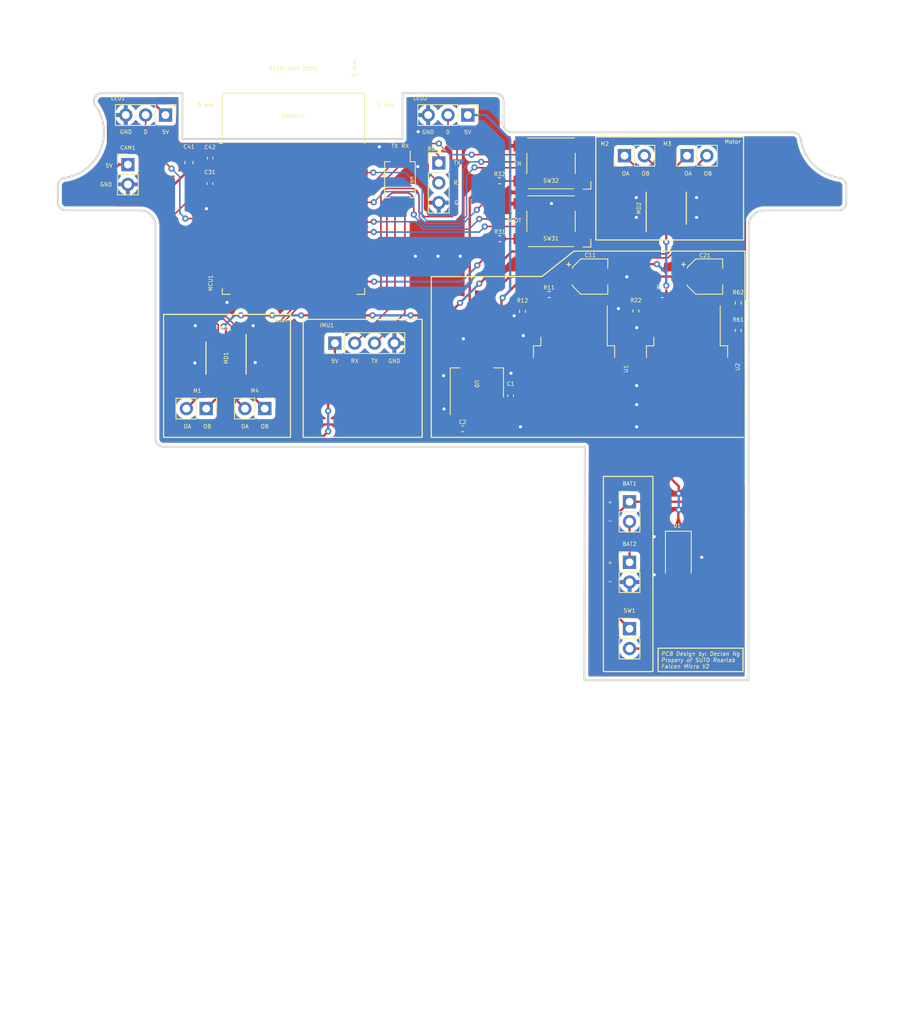
<source format=kicad_pcb>
(kicad_pcb (version 20211014) (generator pcbnew)
  (layers (0 "F.Cu" signal) (31 "B.Cu" signal) (34 "B.Paste" user) (35 "F.Paste" user) (36 "B.SilkS" user "B.Silkscreen") (37 "F.SilkS" user "F.Silkscreen") (38 "B.Mask" user) (39 "F.Mask" user) (44 "Edge.Cuts" user))
  (net 0 "")
  (net 1 "5V")
  (net 2 "BAT+")
  (net 3 "GND")
  (net 4 "MID1")
  (net 5 "3.3V")
  (net 6 "BOOT")
  (net 8 "EN")
  (net 13 "M4A")
  (net 14 "M4B")
  (net 15 "D_LED")
  (net 26 "M1A")
  (net 28 "M1B")
  (net 29 "M2A")
  (net 31 "M2B")
  (net 32 "RX0")
  (net 33 "TX0")
  (net 34 "M3A")
  (net 35 "M3B")
  (net 36 "VIN")
  (net 37 "Net-(R11-Pad2)")
  (net 38 "O4A")
  (net 39 "6V")
  (net 40 "O4B")
  (net 41 "O3A")
  (net 42 "O3B")
  (net 43 "O2A")
  (net 44 "O2B")
  (net 45 "O1A")
  (net 46 "O1B")
  (net 47 "RX_IMU")
  (net 48 "TX_IMU")
  (net 50 "V_read")
  (net 51 "Net-(D1-Pad2)")
  (net 52 "Net-(R21-Pad2)")
  (footprint "Package_SO:SSOP-10_3.9x4.9mm_P1.00mm" (layer "F.Cu") (at 175.133 47.244 90)
    (fp_text reference "MD2")
    (fp_text value "A3909")
  )
  (footprint "Package_TO_SOT_SMD:TO-263-5_TabPin3" (layer "F.Cu") (at 163.322 67.806 -90)
    (fp_text reference "U1")
    (fp_text value "SPX2900")
  )
  (footprint "RF_Module:ESP32-WROOM-32" (layer "F.Cu") (at 127.381 48.387)
    (fp_text reference "MCU1")
    (fp_text value "ESP32-WROOM-32")
  )
  (footprint "Resistor_SMD:R_0402_1005Metric" (layer "F.Cu") (at 156.718 60.452 -90)
    (fp_text reference "R12")
    (fp_text value "10K")
  )
  (footprint "Button_Switch_SMD:SW_DIP_SPSTx02_Slide_Omron_A6H-2101_W6.15mm_P1.27mm" (layer "F.Cu") (at 141.0208 43.5864 -90)
    (fp_text reference "SW33" hide)
    (fp_text value "SW_DIP_x02")
  )
  (footprint "Capacitor_SMD:C_0603_1608Metric_Pad1.08x0.95mm_HandSolder" (layer "F.Cu") (at 113.9952 41.4045 90)
    (fp_text reference "C41")
    (fp_text value "22uF")
  )
  (footprint "Capacitor_SMD:CP_Elec_4x5.8" (layer "F.Cu") (at 165.387 55.995)
    (fp_text reference "C11")
    (fp_text value "6.8uF")
  )
  (footprint "Resistor_SMD:R_0402_1005Metric" (layer "F.Cu") (at 184.3532 59.3852 90)
    (fp_text reference "R62")
    (fp_text value "1K")
  )
  (footprint "Connector_PinHeader_2.54mm:PinHeader_1x04_P2.54mm_Vertical" (layer "F.Cu") (at 132.6896 64.516 90)
    (fp_text reference "IMU1")
    (fp_text value "Conn_01x04_Male")
  )
  (footprint "Connector_PinHeader_2.54mm:PinHeader_1x02_P2.54mm_Vertical" (layer "F.Cu") (at 177.795 40.513 90)
    (fp_text reference "M3")
    (fp_text value "Conn_01x02_Male")
  )
  (footprint "Connector_PinHeader_2.54mm:PinHeader_1x03_P2.54mm_Vertical" (layer "F.Cu") (at 145.9992 41.4528)
    (fp_text reference "BOOT1")
    (fp_text value "Conn_01x03_Male")
  )
  (footprint "Connector_PinHeader_2.54mm:PinHeader_1x02_P2.54mm_Vertical" (layer "F.Cu") (at 170.434 101.092)
    (fp_text reference "SW1")
    (fp_text value "Conn_01x02_Male")
  )
  (footprint "Resistor_SMD:R_0402_1005Metric" (layer "F.Cu") (at 153.8224 51.1556)
    (fp_text reference "R31")
    (fp_text value "10K")
  )
  (footprint "Package_TO_SOT_SMD:SOT-223-3_TabPin2" (layer "F.Cu") (at 150.876 69.596 90)
    (fp_text reference "U0")
    (fp_text value "AMS1117-3.3")
  )
  (footprint "Capacitor_SMD:C_0402_1005Metric_Pad0.74x0.62mm_HandSolder" (layer "F.Cu") (at 116.713 40.8345 90)
    (fp_text reference "C42")
    (fp_text value "0.1uF")
  )
  (footprint "Resistor_SMD:R_0402_1005Metric" (layer "F.Cu") (at 174.623 58.293 180)
    (fp_text reference "R21")
    (fp_text value "36K")
  )
  (footprint "Button_Switch_SMD:SW_SPST_Omron_B3FS-100xP" (layer "F.Cu") (at 160.3756 48.9056 180)
    (fp_text reference "SW31" hide)
    (fp_text value "SW_Push")
  )
  (footprint "Connector_PinHeader_2.54mm:PinHeader_1x02_P2.54mm_Vertical" (layer "F.Cu") (at 123.703 72.898 -90)
    (fp_text reference "M4")
    (fp_text value "Conn_01x02_Male")
  )
  (footprint "Button_Switch_SMD:SW_SPST_Omron_B3FS-100xP" (layer "F.Cu") (at 160.3756 41.5036 180)
    (fp_text reference "SW32" hide)
    (fp_text value "SW_Push")
  )
  (footprint "Package_TO_SOT_SMD:TO-263-5_TabPin3" (layer "F.Cu") (at 177.8 67.806 -90)
    (fp_text reference "U2")
    (fp_text value "SPX2900")
  )
  (footprint "Connector_PinHeader_2.54mm:PinHeader_1x02_P2.54mm_Vertical" (layer "F.Cu") (at 106.172 41.651)
    (fp_text reference "CAM1")
    (fp_text value "Conn_01x02_Male")
  )
  (footprint "Connector_PinHeader_2.54mm:PinHeader_1x02_P2.54mm_Vertical" (layer "F.Cu") (at 116.205 72.898 -90)
    (fp_text reference "M1")
    (fp_text value "Conn_01x02_Male")
  )
  (footprint "Capacitor_SMD:C_0402_1005Metric_Pad0.74x0.62mm_HandSolder" (layer "F.Cu") (at 116.6876 44.0944 -90)
    (fp_text reference "C31")
    (fp_text value "1uF")
  )
  (footprint "Package_SO:SSOP-10_3.9x4.9mm_P1.00mm" (layer "F.Cu") (at 118.745 66.421 -90)
    (fp_text reference "MD1")
    (fp_text value "A3909")
  )
  (footprint "Capacitor_SMD:C_0402_1005Metric_Pad0.74x0.62mm_HandSolder" (layer "F.Cu") (at 149.0472 75.4888)
    (fp_text reference "C2")
    (fp_text value "10uF")
  )
  (footprint "Capacitor_SMD:CP_Elec_4x5.8" (layer "F.Cu") (at 180.1 55.995)
    (fp_text reference "C21")
    (fp_text value "6.8uF")
  )
  (footprint "Connector_PinHeader_2.54mm:PinHeader_1x02_P2.54mm_Vertical" (layer "F.Cu") (at 170.434 84.831)
    (fp_text reference "BAT1")
    (fp_text value "Conn_01x02_Male")
  )
  (footprint "Resistor_SMD:R_0402_1005Metric" (layer "F.Cu") (at 153.7716 43.7388)
    (fp_text reference "R32")
    (fp_text value "10K")
  )
  (footprint "Resistor_SMD:R_0402_1005Metric" (layer "F.Cu") (at 171.2468 60.4012 -90)
    (fp_text reference "R22")
    (fp_text value "10K")
  )
  (footprint "Connector_PinHeader_2.54mm:PinHeader_1x02_P2.54mm_Vertical" (layer "F.Cu") (at 169.794 40.513 90)
    (fp_text reference "M2")
    (fp_text value "Conn_01x02_Male")
  )
  (footprint "Connector_PinHeader_2.54mm:PinHeader_1x03_P2.54mm_Vertical" (layer "F.Cu") (at 149.718 35.306 -90)
    (fp_text reference "LED2")
    (fp_text value "Conn_01x03_Male")
  )
  (footprint "Diode_SMD:D_SMA" (layer "F.Cu") (at 176.6824 91.9988 -90)
    (fp_text reference "D1")
    (fp_text value "SS34")
  )
  (footprint "Capacitor_SMD:C_0402_1005Metric_Pad0.74x0.62mm_HandSolder" (layer "F.Cu") (at 155.194 71.247 -90)
    (fp_text reference "C1")
    (fp_text value "10uF")
  )
  (footprint "Connector_PinHeader_2.54mm:PinHeader_1x02_P2.54mm_Vertical" (layer "F.Cu") (at 170.434 92.578)
    (fp_text reference "BAT2")
    (fp_text value "Conn_01x02_Male")
  )
  (footprint "Resistor_SMD:R_0402_1005Metric" (layer "F.Cu") (at 160.147 58.293 180)
    (fp_text reference "R11")
    (fp_text value "30K")
  )
  (footprint "Connector_PinHeader_2.54mm:PinHeader_1x03_P2.54mm_Vertical" (layer "F.Cu") (at 110.983 35.306 -90)
    (fp_text reference "LED1")
    (fp_text value "Conn_01x03_Male")
  )
  (footprint "Resistor_SMD:R_0402_1005Metric" (layer "F.Cu") (at 184.3532 62.8904 90)
    (fp_text reference "R61")
    (fp_text value "20K")
  )
  (gr_poly (pts (xy 176.6824 86.8172) (xy 177.3428 88.8492) (xy 176.022 88.8492)) (layer "F.Cu") (width 0.2) (fill solid))
  (gr_poly (pts (xy 176.6824 97.1296) (xy 176.022 95.0976) (xy 177.3428 95.0976)) (layer "F.Cu") (width 0.2) (fill solid))
  (gr_line (start 185.2676 76.5683) (end 185.2168 55.9816) (layer "F.SilkS") (width 0.15))
  (gr_line (start 145.034 61.468) (end 145.034 76.581) (layer "F.SilkS") (width 0.15))
  (gr_line (start 145.034 56.007) (end 159.2072 55.9816) (layer "F.SilkS") (width 0.15))
  (gr_line (start 145.034 56.007) (end 145.034 61.468) (layer "F.SilkS") (width 0.15))
  (gr_line (start 145.034 76.581) (end 185.039 76.581) (layer "F.SilkS") (width 0.15))
  (gr_rect (start 174.0916 103.5812) (end 184.9628 106.5784) (layer "F.SilkS") (width 0.15) (fill none))
  (gr_line (start 163.322 52.7304) (end 185.2168 52.7304) (layer "F.SilkS") (width 0.15))
  (gr_line (start 185.2168 52.7304) (end 185.2168 56.0832) (layer "F.SilkS") (width 0.15))
  (gr_rect (start 167.0812 81.5848) (end 173.4312 106.5784) (layer "F.SilkS") (width 0.15) (fill none))
  (gr_line (start 159.2072 55.9816) (end 163.322 52.7304) (layer "F.SilkS") (width 0.15))
  (gr_rect (start 110.744 60.833) (end 127 76.581) (layer "F.SilkS") (width 0.15) (fill none))
  (gr_rect (start 128.6256 61.468) (end 143.8656 76.581) (layer "F.SilkS") (width 0.15) (fill none))
  (gr_rect (start 166.116 38.1) (end 185.039 51.308) (layer "F.SilkS") (width 0.15) (fill none))
  (gr_arc (start 98.201 47.515212) (mid 97.493893 47.222319) (end 97.201 46.515212) (layer "Edge.Cuts") (width 0.25))
  (gr_arc (start 102.008454 34.094922) (mid 102.627204 39.831742) (end 98.056072 43.352921) (layer "Edge.Cuts") (width 0.25))
  (gr_arc (start 110.701 77.778512) (mid 109.993894 77.485618) (end 109.701 76.778512) (layer "Edge.Cuts") (width 0.25))
  (gr_line (start 141.351 38.354) (end 141.351 32.512) (layer "Edge.Cuts") (width 0.25))
  (gr_line (start 112.014 32.512) (end 113.157 32.512) (layer "Edge.Cuts") (width 0.25))
  (gr_arc (start 153.298359 32.515212) (mid 154.00547 32.808103) (end 154.298359 33.515212) (layer "Edge.Cuts") (width 0.25))
  (gr_line (start 164.6428 107.696) (end 185.674 107.696) (layer "Edge.Cuts") (width 0.25))
  (gr_arc (start 197.345927 43.352921) (mid 194.029073 41.68714) (end 192.36329 38.370284) (layer "Edge.Cuts") (width 0.25))
  (gr_arc (start 155.298359 37.515212) (mid 154.59125 37.22232) (end 154.298359 36.515212) (layer "Edge.Cuts") (width 0.25))
  (gr_line (start 191.373848 37.515212) (end 155.298359 37.515212) (layer "Edge.Cuts") (width 0.25))
  (gr_arc (start 191.373848 37.515212) (mid 192.027698 37.758605) (end 192.36329 38.370284) (layer "Edge.Cuts") (width 0.25))
  (gr_arc (start 102.008454 34.094922) (mid 101.934539 33.056796) (end 102.823277 32.515212) (layer "Edge.Cuts") (width 0.25))
  (gr_line (start 141.351 32.512) (end 153.298359 32.515212) (layer "Edge.Cuts") (width 0.25))
  (gr_arc (start 197.345927 43.352921) (mid 197.957645 43.688489) (end 198.201 44.342364) (layer "Edge.Cuts") (width 0.25))
  (gr_line (start 164.701 77.778512) (end 110.701 77.778512) (layer "Edge.Cuts") (width 0.25))
  (gr_line (start 187.701 47.515212) (end 197.201 47.515212) (layer "Edge.Cuts") (width 0.25))
  (gr_line (start 113.157 38.354) (end 141.351 38.354) (layer "Edge.Cuts") (width 0.25))
  (gr_arc (start 97.201 44.342364) (mid 97.444386 43.688501) (end 98.056072 43.352921) (layer "Edge.Cuts") (width 0.25))
  (gr_arc (start 107.701 47.515212) (mid 109.115214 48.100998) (end 109.701 49.515212) (layer "Edge.Cuts") (width 0.25))
  (gr_line (start 102.823277 32.515212) (end 112.014 32.512) (layer "Edge.Cuts") (width 0.25))
  (gr_line (start 97.201 44.342364) (end 97.201 46.515212) (layer "Edge.Cuts") (width 0.25))
  (gr_line (start 113.157 32.512) (end 113.157 38.354) (layer "Edge.Cuts") (width 0.25))
  (gr_arc (start 198.201 46.515212) (mid 197.908099 47.222296) (end 197.201 47.515212) (layer "Edge.Cuts") (width 0.25))
  (gr_line (start 98.201 47.515212) (end 107.701 47.515212) (layer "Edge.Cuts") (width 0.25))
  (gr_line (start 198.201 46.515212) (end 198.201 44.342364) (layer "Edge.Cuts") (width 0.25))
  (gr_line (start 164.6428 107.696) (end 164.701 77.778512) (layer "Edge.Cuts") (width 0.25))
  (gr_line (start 185.674 107.696) (end 185.701 49.515212) (layer "Edge.Cuts") (width 0.25))
  (gr_line (start 154.298359 36.515212) (end 154.298359 33.515212) (layer "Edge.Cuts") (width 0.25))
  (gr_line (start 109.701 49.515212) (end 109.701 76.778512) (layer "Edge.Cuts") (width 0.25))
  (gr_arc (start 185.701 49.515212) (mid 186.286779 48.100976) (end 187.701 47.515212) (layer "Edge.Cuts") (width 0.25))
  (gr_text "5V" (at 132.6796 66.802) (layer "F.SilkS") (effects (font (size 0.5 0.5) (thickness 0.075))))
  (gr_text "5V" (at 149.7076 37.4904) (layer "F.SilkS") (effects (font (size 0.5 0.5) (thickness 0.075))))
  (gr_text "-\n" (at 167.9448 87.3506 180) (layer "F.SilkS") (effects (font (size 0.5 0.5) (thickness 0.075)) (justify mirror)))
  (gr_text "OA\n" (at 113.792 75.184) (layer "F.SilkS") (effects (font (size 0.5 0.5) (thickness 0.075))))
  (gr_text "D\n" (at 108.458 37.465) (layer "F.SilkS") (effects (font (size 0.5 0.5) (thickness 0.075))))
  (gr_text "OA\n" (at 169.926 42.799) (layer "F.SilkS") (effects (font (size 0.5 0.5) (thickness 0.075))))
  (gr_text "OA\n" (at 121.158 75.184) (layer "F.SilkS") (effects (font (size 0.5 0.5) (thickness 0.075))))
  (gr_text "OB" (at 123.698 75.184) (layer "F.SilkS") (effects (font (size 0.5 0.5) (thickness 0.075))))
  (gr_text "GND" (at 105.918 37.465) (layer "F.SilkS") (effects (font (size 0.5 0.5) (thickness 0.075))))
  (gr_text "G" (at 148.2344 46.5328) (layer "F.SilkS") (effects (font (size 0.5 0.5) (thickness 0.075))))
  (gr_text "5V" (at 103.759 41.783) (layer "F.SilkS") (effects (font (size 0.5 0.5) (thickness 0.075))))
  (gr_text "TX" (at 137.7596 66.802) (layer "F.SilkS") (effects (font (size 0.5 0.5) (thickness 0.075))))
  (gr_text "+\n" (at 167.9448 92.6846 180) (layer "F.SilkS") (effects (font (size 0.5 0.5) (thickness 0.075)) (justify mirror)))
  (gr_text "Motor\n\n" (at 125.603 61.976) (layer "F.SilkS") (effects (font (size 0.5 0.5) (thickness 0.075))))
  (gr_text "-\n" (at 167.9448 95.0976 180) (layer "F.SilkS") (effects (font (size 0.5 0.5) (thickness 0.075)) (justify mirror)))
  (gr_text "GND" (at 144.6276 37.4904) (layer "F.SilkS") (effects (font (size 0.5 0.5) (thickness 0.075))))
  (gr_text "OB" (at 180.467 42.799) (layer "F.SilkS") (effects (font (size 0.5 0.5) (thickness 0.075))))
  (gr_text "D\n" (at 147.1676 37.4904) (layer "F.SilkS") (effects (font (size 0.5 0.5) (thickness 0.075))))
  (gr_text "Motor\n\n" (at 183.642 39.116) (layer "F.SilkS") (effects (font (size 0.5 0.5) (thickness 0.075))))
  (gr_text "OB" (at 172.466 42.799) (layer "F.SilkS") (effects (font (size 0.5 0.5) (thickness 0.075))))
  (gr_text "OB" (at 116.332 75.184) (layer "F.SilkS") (effects (font (size 0.5 0.5) (thickness 0.075))))
  (gr_text "5V" (at 110.998 37.465) (layer "F.SilkS") (effects (font (size 0.5 0.5) (thickness 0.075))))
  (gr_text "+\n" (at 167.9448 84.9376 180) (layer "F.SilkS") (effects (font (size 0.5 0.5) (thickness 0.075)) (justify mirror)))
  (gr_text "TX" (at 140.3604 39.2684) (layer "F.SilkS") (effects (font (size 0.5 0.5) (thickness 0.075))))
  (gr_text "GND" (at 103.378 44.196) (layer "F.SilkS") (effects (font (size 0.5 0.5) (thickness 0.075))))
  (gr_text "RX" (at 141.6812 39.2684) (layer "F.SilkS") (effects (font (size 0.5 0.5) (thickness 0.075))))
  (gr_text "RX" (at 148.3868 43.9928) (layer "F.SilkS") (effects (font (size 0.5 0.5) (thickness 0.075))))
  (gr_text "BOOT" (at 155.6004 48.8188) (layer "F.SilkS") (effects (font (size 0.5 0.5) (thickness 0.075))))
  (gr_text "GND" (at 140.2996 66.802) (layer "F.SilkS") (effects (font (size 0.5 0.5) (thickness 0.075))))
  (gr_text "RX" (at 135.2196 66.802) (layer "F.SilkS") (effects (font (size 0.5 0.5) (thickness 0.075))))
  (gr_text "EN" (at 156.076591 41.529) (layer "F.SilkS") (effects (font (size 0.5 0.5) (thickness 0.075))))
  (gr_text "PCB Design by: Declan Ng\nPropery of SUTD Roarlab\nFalcon Micro V2\n\n" (at 174.4472 105.5116) (layer "F.SilkS") (effects (font (size 0.5 0.5) (thickness 0.075) italic) (justify left)))
  (gr_text "OA\n" (at 177.927 42.799) (layer "F.SilkS") (effects (font (size 0.5 0.5) (thickness 0.075))))
  (gr_text "TX" (at 148.336 41.4528) (layer "F.SilkS") (effects (font (size 0.5 0.5) (thickness 0.075))))
  (segment (start 157.2768 66.3448) (end 157.2768 72.6948) (width 0.3) (layer "F.Cu") (net 1))
  (segment (start 109.078 33.401) (end 104.521 33.401) (width 0.3) (layer "F.Cu") (net 1))
  (segment (start 110.617 48.387) (end 110.617 75.835) (width 0.3) (layer "F.Cu") (net 1))
  (segment (start 103.632 43.043) (end 103.632 45.593) (width 0.3) (layer "F.Cu") (net 1))
  (segment (start 154.0256 63.0936) (end 157.2768 66.3448) (width 0.3) (layer "F.Cu") (net 1))
  (segment (start 131.826 73.2028) (end 131.826 70.4088) (width 0.3) (layer "F.Cu") (net 1))
  (segment (start 105.024 41.651) (end 103.632 43.043) (width 0.3) (layer "F.Cu") (net 1))
  (segment (start 104.521 33.401) (end 103.632 34.29) (width 0.3) (layer "F.Cu") (net 1))
  (segment (start 132.6896 69.5452) (end 132.6896 64.516) (width 0.3) (layer "F.Cu") (net 1))
  (segment (start 159.006 56.642) (end 160.657 58.293) (width 0.3) (layer "F.Cu") (net 1))
  (segment (start 104.902 46.863) (end 109.093 46.863) (width 0.3) (layer "F.Cu") (net 1))
  (segment (start 161.622 62.031) (end 161.622 59.258) (width 0.3) (layer "F.Cu") (net 1))
  (segment (start 154.17398 58.7248) (end 156.25678 56.642) (width 0.3) (layer "F.Cu") (net 1))
  (segment (start 103.632 34.29) (end 103.632 40.259) (width 0.3) (layer "F.Cu") (net 1))
  (segment (start 105.024 41.651) (end 106.172 41.651) (width 0.3) (layer "F.Cu") (net 1))
  (segment (start 156.25678 56.642) (end 159.006 56.642) (width 0.3) (layer "F.Cu") (net 1))
  (segment (start 110.983 35.306) (end 109.078 33.401) (width 0.3) (layer "F.Cu") (net 1))
  (segment (start 154.17398 58.7248) (end 154.0256 58.87318) (width 0.3) (layer "F.Cu") (net 1))
  (segment (start 111.617 76.835) (end 130.81 76.835) (width 0.3) (layer "F.Cu") (net 1))
  (segment (start 157.2768 72.6948) (end 153.1366 76.835) (width 0.3) (layer "F.Cu") (net 1))
  (segment (start 109.093 46.863) (end 110.617 48.387) (width 0.3) (layer "F.Cu") (net 1))
  (segment (start 153.1366 76.835) (end 130.81 76.835) (width 0.3) (layer "F.Cu") (net 1))
  (segment (start 103.632 45.593) (end 104.902 46.863) (width 0.3) (layer "F.Cu") (net 1))
  (segment (start 161.622 59.258) (end 160.657 58.293) (width 0.3) (layer "F.Cu") (net 1))
  (segment (start 131.826 75.819) (end 130.81 76.835) (width 0.3) (layer "F.Cu") (net 1))
  (segment (start 103.632 40.259) (end 105.024 41.651) (width 0.3) (layer "F.Cu") (net 1))
  (segment (start 154.0256 58.87318) (end 154.0256 63.0936) (width 0.3) (layer "F.Cu") (net 1))
  (segment (start 131.826 70.4088) (end 132.6896 69.5452) (width 0.3) (layer "F.Cu") (net 1))
  (via (at 131.826 75.819) (size 0.8) (drill 0.4) (layers "F.Cu" "B.Cu") (net 1))
  (via (at 154.17398 58.7248) (size 0.8) (drill 0.4) (layers "F.Cu" "B.Cu") (net 1))
  (via (at 131.826 73.2028) (size 0.8) (drill 0.4) (layers "F.Cu" "B.Cu") (net 1))
  (arc (start 111.617 76.835) (mid 110.909893 76.542107) (end 110.617 75.835) (width 0.3) (layer "F.Cu") (net 1))
  (segment (start 155.141511 38.428511) (end 152.019 35.306) (width 0.3) (layer "B.Cu") (net 1))
  (segment (start 155.141511 57.757269) (end 155.141511 38.428511) (width 0.3) (layer "B.Cu") (net 1))
  (segment (start 131.826 75.819) (end 131.826 73.2028) (width 0.3) (layer "B.Cu") (net 1))
  (segment (start 152.019 35.306) (end 149.718 35.306) (width 0.3) (layer "B.Cu") (net 1))
  (segment (start 154.17398 58.7248) (end 155.141511 57.757269) (width 0.3) (layer "B.Cu") (net 1))
  (segment (start 170.434 84.831) (end 181.9198 84.831) (width 0.3) (layer "F.Cu") (net 2))
  (segment (start 170.434 84.831) (end 167.132 88.133) (width 0.3) (layer "F.Cu") (net 2))
  (segment (start 181.9198 84.831) (end 184.3532 82.3976) (width 0.3) (layer "F.Cu") (net 2))
  (segment (start 167.132 97.79) (end 170.434 101.092) (width 0.3) (layer "F.Cu") (net 2))
  (segment (start 167.132 88.133) (end 167.132 97.79) (width 0.3) (layer "F.Cu") (net 2))
  (segment (start 184.3532 82.3976) (end 184.3532 63.4004) (width 0.3) (layer "F.Cu") (net 2))
  (via (at 156.464 75.2348) (size 0.8) (drill 0.4) (layers "F.Cu" "B.Cu") (net 3))
  (via (at 149.1488 63.9572) (size 0.8) (drill 0.4) (layers "F.Cu" "B.Cu") (net 3))
  (via (at 155.6512 61.0108) (size 0.8) (drill 0.4) (layers "F.Cu" "B.Cu") (net 3))
  (via (at 169.0116 60.0964) (size 0.8) (drill 0.4) (layers "F.Cu" "B.Cu") (net 3))
  (via (at 171.3484 72.39) (size 0.8) (drill 0.4) (layers "F.Cu" "B.Cu") (net 3))
  (via (at 171.3484 62.5348) (size 0.8) (drill 0.4) (layers "F.Cu" "B.Cu") (net 3))
  (via (at 138.3792 39.37) (size 0.8) (drill 0.4) (layers "F.Cu" "B.Cu") (net 3))
  (via (at 179.0192 48.4124) (size 0.8) (drill 0.4) (layers "F.Cu" "B.Cu") (net 3))
  (via (at 143.3068 41.91) (size 0.8) (drill 0.4) (layers "F.Cu" "B.Cu") (net 3))
  (via (at 179.6796 91.948) (size 0.8) (drill 0.4) (layers "F.Cu" "B.Cu") (net 3))
  (via (at 171.2976 48.4124) (size 0.8) (drill 0.4) (layers "F.Cu" "B.Cu") (net 3))
  (via (at 173.5836 94.1832) (size 0.8) (drill 0.4) (layers "F.Cu" "B.Cu") (net 3))
  (via (at 160.4264 46.6344) (size 0.8) (drill 0.4) (layers "F.Cu" "B.Cu") (net 3))
  (via (at 171.3484 69.9516) (size 0.8) (drill 0.4) (layers "F.Cu" "B.Cu") (net 3))
  (via (at 170.0784 56.0324) (size 0.8) (drill 0.4) (layers "F.Cu" "B.Cu") (net 3))
  (via (at 155.2448 68.3768) (size 0.8) (drill 0.4) (layers "F.Cu" "B.Cu") (net 3))
  (via (at 171.3484 75.2348) (size 0.8) (drill 0.4) (layers "F.Cu" "B.Cu") (net 3))
  (via (at 156.8196 63.5508) (size 0.8) (drill 0.4) (layers "F.Cu" "B.Cu") (net 3))
  (via (at 122.4788 67.0052) (size 0.8) (drill 0.4) (layers "F.Cu" "B.Cu") (net 3))
  (via (at 116.2304 47.2948) (size 0.8) (drill 0.4) (layers "F.Cu" "B.Cu") (net 3))
  (via (at 114.808 62.2808) (size 0.8) (drill 0.4) (layers "F.Cu" "B.Cu") (net 3))
  (via (at 122.2248 62.2808) (size 0.8) (drill 0.4) (layers "F.Cu" "B.Cu") (net 3))
  (via (at 171.2976 45.8724) (size 0.8) (drill 0.4) (layers "F.Cu" "B.Cu") (net 3))
  (via (at 146.6596 72.9488) (size 0.8) (drill 0.4) (layers "F.Cu" "B.Cu") (net 3))
  (via (at 143.3576 37.4396) (size 0.8) (drill 0.4) (layers "F.Cu" "B.Cu") (net 3))
  (via (at 143.002 53.3908) (size 0.8) (drill 0.4) (layers "F.Cu" "B.Cu") (net 3))
  (via (at 173.5836 89.3064) (size 0.8) (drill 0.4) (layers "F.Cu" "B.Cu") (net 3))
  (via (at 148.7424 53.3908) (size 0.8) (drill 0.4) (layers "F.Cu" "B.Cu") (net 3))
  (via (at 179.0192 45.8724) (size 0.8) (drill 0.4) (layers "F.Cu" "B.Cu") (net 3))
  (via (at 145.8976 53.3908) (size 0.8) (drill 0.4) (layers "F.Cu" "B.Cu") (net 3))
  (via (at 146.6088 68.6816) (size 0.8) (drill 0.4) (layers "F.Cu" "B.Cu") (net 3))
  (via (at 118.872 59.309) (size 0.8) (drill 0.4) (layers "F.Cu" "B.Cu") (net 3))
  (via (at 114.7572 67.056) (size 0.8) (drill 0.4) (layers "F.Cu" "B.Cu") (net 3))
  (segment (start 170.434 92.578) (end 170.434 87.371) (width 0.3) (layer "F.Cu") (net 4))
  (segment (start 149.9616 53.1516) (end 149.9616 45.974) (width 0.3) (layer "F.Cu") (net 5))
  (segment (start 129.921 76.327) (end 112.13243 76.327) (width 0.3) (layer "F.Cu") (net 5))
  (segment (start 111.496139 76.102314) (end 111.357106 75.963285) (width 0.3) (layer "F.Cu") (net 5))
  (segment (start 149.9616 53.1516) (end 149.9616 62.8396) (width 0.3) (layer "F.Cu") (net 5))
  (segment (start 150.876 66.446) (end 150.876 72.746) (width 0.3) (layer "F.Cu") (net 5))
  (segment (start 112.13243 76.327) (end 112.03412 76.325139) (width 0.3) (layer "F.Cu") (net 5))
  (segment (start 116.713 41.402) (end 118.881 41.402) (width 0.3) (layer "F.Cu") (net 5))
  (segment (start 132.334 74.93) (end 131.318 74.93) (width 0.3) (layer "F.Cu") (net 5))
  (segment (start 150.876 72.746) (end 150.876 74.2275) (width 0.3) (layer "F.Cu") (net 5))
  (segment (start 111.134264 75.42531) (end 111.13243 75.327) (width 0.3) (layer "F.Cu") (net 5))
  (segment (start 133.731 76.327) (end 132.334 74.93) (width 0.3) (layer "F.Cu") (net 5))
  (segment (start 150.876 74.2275) (end 150.3005 74.803) (width 0.3) (layer "F.Cu") (net 5))
  (segment (start 149.9616 45.974) (end 152.1968 43.7388) (width 0.3) (layer "F.Cu") (net 5))
  (segment (start 111.172623 75.618151) (end 111.134264 75.42531) (width 0.3) (layer "F.Cu") (net 5))
  (segment (start 151.9576 51.1556) (end 153.3124 51.1556) (width 0.3) (layer "F.Cu") (net 5))
  (segment (start 149.9616 53.1516) (end 151.9576 51.1556) (width 0.3) (layer "F.Cu") (net 5))
  (segment (start 150.876 63.754) (end 150.876 66.446) (width 0.3) (layer "F.Cu") (net 5))
  (segment (start 152.1968 43.7388) (end 153.0776 43.7388) (width 0.3) (layer "F.Cu") (net 5))
  (segment (start 148.7765 76.327) (end 133.731 76.327) (width 0.3) (layer "F.Cu") (net 5))
  (segment (start 150.3005 74.803) (end 148.7765 76.327) (width 0.3) (layer "F.Cu") (net 5))
  (segment (start 111.13243 45.17807) (end 114.9085 41.402) (width 0.3) (layer "F.Cu") (net 5))
  (segment (start 149.9616 62.8396) (end 150.876 63.754) (width 0.3) (layer "F.Cu") (net 5))
  (segment (start 131.318 74.93) (end 129.921 76.327) (width 0.3) (layer "F.Cu") (net 5))
  (segment (start 111.247868 75.799803) (end 111.172623 75.618151) (width 0.3) (layer "F.Cu") (net 5))
  (segment (start 114.9085 41.402) (end 116.713 41.402) (width 0.3) (layer "F.Cu") (net 5))
  (segment (start 111.13243 75.327) (end 111.13243 45.17807) (width 0.3) (layer "F.Cu") (net 5))
  (segment (start 111.841278 76.286785) (end 111.659624 76.211546) (width 0.3) (layer "F.Cu") (net 5))
  (segment (start 111.357106 75.963285) (end 111.247868 75.799803) (width 0.3) (layer "F.Cu") (net 5))
  (segment (start 112.03412 76.325139) (end 111.841278 76.286785) (width 0.3) (layer "F.Cu") (net 5))
  (segment (start 111.659624 76.211546) (end 111.496139 76.102314) (width 0.3) (layer "F.Cu") (net 5))
  (segment (start 135.881 56.642) (end 137.7188 56.642) (width 0.25) (layer "F.Cu") (net 6))
  (segment (start 164.3756 51.1556) (end 156.3756 51.1556) (width 0.18) (layer "F.Cu") (net 6))
  (segment (start 150.9268 54.5592) (end 150.9288 54.5592) (width 0.25) (layer "F.Cu") (net 6))
  (segment (start 150.9288 54.5592) (end 154.3324 51.1556) (width 0.25) (layer "F.Cu") (net 6))
  (segment (start 154.5524 51.1556) (end 156.3756 51.1556) (width 0.2) (layer "F.Cu") (net 6))
  (via (at 150.9268 54.5592) (size 0.8) (drill 0.4) (layers "F.Cu" "B.Cu") (net 6))
  (via (at 137.7188 56.642) (size 0.8) (drill 0.4) (layers "F.Cu" "B.Cu") (net 6))
  (segment (start 150.9268 54.5592) (end 150.9268 54.61) (width 0.25) (layer "B.Cu") (net 6))
  (segment (start 150.9268 54.61) (end 148.8948 56.642) (width 0.25) (layer "B.Cu") (net 6))
  (segment (start 148.8948 56.642) (end 137.7188 56.642) (width 0.25) (layer "B.Cu") (net 6))
  (segment (start 111.633 48.5394) (end 111.633 48.7426) (width 0.2) (layer "F.Cu") (net 8))
  (segment (start 154.5524 43.7536) (end 156.3756 43.7536) (width 0.2) (layer "F.Cu") (net 8))
  (segment (start 138.0708 59.8968) (end 128.033428 59.8968) (width 0.2) (layer "F.Cu") (net 8))
  (segment (start 121.835828 66.0944) (end 116.441573 66.094401) (width 0.2) (layer "F.Cu") (net 8))
  (segment (start 150.876 47.4472) (end 154.2816 44.0416) (width 0.2) (layer "F.Cu") (net 8))
  (segment (start 154.2816 44.0416) (end 154.2816 43.7388) (width 0.2) (layer "F.Cu") (net 8))
  (segment (start 116.6876 43.5269) (end 116.6455 43.5269) (width 0.2) (layer "F.Cu") (net 8))
  (segment (start 117.2972 42.672) (end 118.881 42.672) (width 0.2) (layer "F.Cu") (net 8))
  (segment (start 164.3756 43.7536) (end 156.3756 43.7536) (width 0.2) (layer "F.Cu") (net 8))
  (segment (start 139.348001 46.2628) (end 139.348001 58.619599) (width 0.2) (layer "F.Cu") (net 8))
  (segment (start 141.7988 45.2628) (end 140.348001 45.2628) (width 0.2) (layer "F.Cu") (net 8))
  (segment (start 116.441573 66.094401) (end 111.633 61.285828) (width 0.2) (layer "F.Cu") (net 8))
  (segment (start 116.6455 43.5269) (end 111.633 48.5394) (width 0.2) (layer "F.Cu") (net 8))
  (segment (start 116.6876 43.5269) (end 116.6876 43.2816) (width 0.2) (layer "F.Cu") (net 8))
  (segment (start 142.796633 48.054633) (end 142.796633 46.164522) (width 0.2) (layer "F.Cu") (net 8))
  (segment (start 142.7988 48.0568) (end 142.796633 48.054633) (width 0.2) (layer "F.Cu") (net 8))
  (segment (start 116.6876 43.2816) (end 117.2972 42.672) (width 0.2) (layer "F.Cu") (net 8))
  (segment (start 111.633 61.285828) (end 111.633 48.7426) (width 0.2) (layer "F.Cu") (net 8))
  (segment (start 139.348001 58.619599) (end 138.0708 59.8968) (width 0.2) (layer "F.Cu") (net 8))
  (segment (start 128.033428 59.8968) (end 121.835828 66.0944) (width 0.2) (layer "F.Cu") (net 8))
  (via (at 142.7988 48.0568) (size 0.8) (drill 0.4) (layers "F.Cu" "B.Cu") (net 8))
  (via (at 150.876 47.4472) (size 0.8) (drill 0.4) (layers "F.Cu" "B.Cu") (net 8))
  (arc (start 140.348001 45.2628) (mid 139.640894 45.555693) (end 139.348001 46.2628) (width 0.2) (layer "F.Cu") (net 8))
  (arc (start 142.796633 46.164522) (mid 142.470359 45.521849) (end 141.7988 45.2628) (width 0.2) (layer "F.Cu") (net 8))
  (segment (start 142.7988 48.0568) (end 142.7988 48.2092) (width 0.2) (layer "B.Cu") (net 8))
  (segment (start 148.7512 49.572) (end 150.876 47.4472) (width 0.2) (layer "B.Cu") (net 8))
  (segment (start 144.1616 49.572) (end 148.7512 49.572) (width 0.2) (layer "B.Cu") (net 8))
  (segment (start 142.7988 48.2092) (end 144.1616 49.572) (width 0.2) (layer "B.Cu") (net 8))
  (segment (start 117.6684 61.128) (end 118.786 61.128) (width 0.18) (layer "F.Cu") (net 13))
  (segment (start 118.786 61.128) (end 120.745 63.087) (width 0.18) (layer "F.Cu") (net 13))
  (segment (start 117.6528 54.102) (end 116.8696 54.8852) (width 0.18) (layer "F.Cu") (net 13))
  (segment (start 118.881 54.102) (end 117.6528 54.102) (width 0.18) (layer "F.Cu") (net 13))
  (segment (start 120.745 63.087) (end 120.745 63.871) (width 0.18) (layer "F.Cu") (net 13))
  (segment (start 116.8696 54.8852) (end 116.8696 60.3292) (width 0.18) (layer "F.Cu") (net 13))
  (segment (start 116.8696 60.3292) (end 117.6684 61.128) (width 0.18) (layer "F.Cu") (net 13))
  (segment (start 118.4656 61.468) (end 119.745 62.7474) (width 0.18) (layer "F.Cu") (net 14))
  (segment (start 117.527568 61.468) (end 118.4656 61.468) (width 0.18) (layer "F.Cu") (net 14))
  (segment (start 116.5296 54.514) (end 116.5296 60.470032) (width 0.18) (layer "F.Cu") (net 14))
  (segment (start 116.5296 60.470032) (end 117.527568 61.468) (width 0.18) (layer "F.Cu") (net 14))
  (segment (start 118.881 52.832) (end 118.2116 52.832) (width 0.18) (layer "F.Cu") (net 14))
  (segment (start 118.2116 52.832) (end 116.5296 54.514) (width 0.18) (layer "F.Cu") (net 14))
  (segment (start 119.745 62.7474) (end 119.745 63.871) (width 0.18) (layer "F.Cu") (net 14))
  (segment (start 127.8636 59.4868) (end 137.900972 59.4868) (width 0.2) (layer "F.Cu") (net 15))
  (segment (start 115.062 48.5648) (end 115.5192 49.022) (width 0.2) (layer "F.Cu") (net 15))
  (segment (start 144.1196 48.3108) (end 147.7264 48.3108) (width 0.2) (layer "F.Cu") (net 15))
  (segment (start 115.5192 49.022) (end 118.881 49.022) (width 0.2) (layer "F.Cu") (net 15))
  (segment (start 115.5192 49.022) (end 112.043 52.4982) (width 0.2) (layer "F.Cu") (net 15))
  (segment (start 143.4592 45.704) (end 143.4592 47.6504) (width 0.2) (layer "F.Cu") (net 15))
  (segment (start 112.043 61.116) (end 116.6114 65.6844) (width 0.2) (layer "F.Cu") (net 15))
  (segment (start 112.043 52.4982) (end 112.043 61.116) (width 0.2) (layer "F.Cu") (net 15))
  (segment (start 143.4592 47.6504) (end 144.1196 48.3108) (width 0.2) (layer "F.Cu") (net 15))
  (segment (start 116.6114 65.6844) (end 121.666 65.6844) (width 0.2) (layer "F.Cu") (net 15))
  (segment (start 137.900972 59.4868) (end 138.5824 58.805372) (width 0.2) (layer "F.Cu") (net 15))
  (segment (start 108.443 38.847) (end 111.76 42.164) (width 0.2) (layer "F.Cu") (net 15))
  (segment (start 121.666 65.6844) (end 127.8636 59.4868) (width 0.2) (layer "F.Cu") (net 15))
  (segment (start 139.5824 44.704) (end 142.4592 44.704) (width 0.2) (layer "F.Cu") (net 15))
  (segment (start 138.5824 58.805372) (end 138.5824 45.704) (width 0.2) (layer "F.Cu") (net 15))
  (segment (start 108.443 35.306) (end 108.443 38.847) (width 0.2) (layer "F.Cu") (net 15))
  (segment (start 148.336 47.7012) (end 148.336 39.65247) (width 0.2) (layer "F.Cu") (net 15))
  (segment (start 147.178 38.49447) (end 147.178 35.306) (width 0.2) (layer "F.Cu") (net 15))
  (segment (start 148.336 39.65247) (end 147.178 38.49447) (width 0.2) (layer "F.Cu") (net 15))
  (segment (start 113.538 48.5648) (end 115.062 48.5648) (width 0.2) (layer "F.Cu") (net 15))
  (segment (start 147.7264 48.3108) (end 148.336 47.7012) (width 0.2) (layer "F.Cu") (net 15))
  (via (at 111.76 42.164) (size 0.8) (drill 0.4) (layers "F.Cu" "B.Cu") (net 15))
  (via (at 113.538 48.5648) (size 0.8) (drill 0.4) (layers "F.Cu" "B.Cu") (net 15))
  (arc (start 139.5824 44.704) (mid 138.875293 44.996893) (end 138.5824 45.704) (width 0.2) (layer "F.Cu") (net 15))
  (arc (start 142.4592 44.704) (mid 143.166307 44.996893) (end 143.4592 45.704) (width 0.2) (layer "F.Cu") (net 15))
  (segment (start 113.538 48.5648) (end 112.8268 47.8536) (width 0.2) (layer "B.Cu") (net 15))
  (segment (start 112.8268 47.8536) (end 112.8268 43.2308) (width 0.2) (layer "B.Cu") (net 15))
  (segment (start 112.8268 43.2308) (end 111.76 42.164) (width 0.2) (layer "B.Cu") (net 15))
  (segment (start 116.1796 60.615006) (end 117.745 62.180406) (width 0.2) (layer "F.Cu") (net 26))
  (segment (start 118.881 51.562) (end 118.331 51.562) (width 0.2) (layer "F.Cu") (net 26))
  (segment (start 117.745 62.180406) (end 117.745 63.871) (width 0.2) (layer "F.Cu") (net 26))
  (segment (start 118.331 51.562) (end 116.1796 53.7134) (width 0.2) (layer "F.Cu") (net 26))
  (segment (start 116.1796 53.7134) (end 116.1796 60.615006) (width 0.2) (layer "F.Cu") (net 26))
  (segment (start 116.745 61.689522) (end 116.745 63.871) (width 0.2) (layer "F.Cu") (net 28))
  (segment (start 118.881 50.292) (end 118.331 50.292) (width 0.2) (layer "F.Cu") (net 28))
  (segment (start 115.8196 60.764122) (end 116.745 61.689522) (width 0.2) (layer "F.Cu") (net 28))
  (segment (start 115.8196 52.8034) (end 115.8196 60.764122) (width 0.2) (layer "F.Cu") (net 28))
  (segment (start 118.331 50.292) (end 115.8196 52.8034) (width 0.2) (layer "F.Cu") (net 28))
  (segment (start 166.6748 42.7736) (end 165.2016 41.3004) (width 0.2) (layer "F.Cu") (net 29))
  (segment (start 172.4152 51.2064) (end 170.8404 51.2064) (width 0.2) (layer "F.Cu") (net 29))
  (segment (start 173.133 49.794) (end 173.133 50.4886) (width 0.2) (layer "F.Cu") (net 29))
  (segment (start 170.8404 51.2064) (end 166.6748 47.0408) (width 0.2) (layer "F.Cu") (net 29))
  (segment (start 166.6748 47.0408) (end 166.6748 42.7736) (width 0.2) (layer "F.Cu") (net 29))
  (segment (start 173.133 50.4886) (end 172.4152 51.2064) (width 0.2) (layer "F.Cu") (net 29))
  (segment (start 137.6172 42.672) (end 135.881 42.672) (width 0.18) (layer "F.Cu") (net 29))
  (segment (start 165.2016 41.3004) (end 151.4348 41.3004) (width 0.2) (layer "F.Cu") (net 29))
  (via (at 151.4348 41.3004) (size 0.8) (drill 0.4) (layers "F.Cu" "B.Cu") (net 29))
  (via (at 137.6172 42.672) (size 0.8) (drill 0.4) (layers "F.Cu" "B.Cu") (net 29))
  (segment (start 143.8656 48.26) (end 143.8656 44.8056) (width 0.18) (layer "B.Cu") (net 29))
  (segment (start 151.4348 41.3004) (end 150.0124 41.3004) (width 0.18) (layer "B.Cu") (net 29))
  (segment (start 150.0124 41.3004) (end 149.098 42.2148) (width 0.18) (layer "B.Cu") (net 29))
  (segment (start 149.098 48.22111) (end 148.45711 48.862) (width 0.18) (layer "B.Cu") (net 29))
  (segment (start 144.4676 48.862) (end 143.8656 48.26) (width 0.18) (layer "B.Cu") (net 29))
  (segment (start 148.45711 48.862) (end 144.4676 48.862) (width 0.18) (layer "B.Cu") (net 29))
  (segment (start 149.098 42.2148) (end 149.098 48.22111) (width 0.18) (layer "B.Cu") (net 29))
  (segment (start 141.732 42.672) (end 137.6172 42.672) (width 0.18) (layer "B.Cu") (net 29))
  (segment (start 143.8656 44.8056) (end 141.732 42.672) (width 0.18) (layer "B.Cu") (net 29))
  (segment (start 165.0746 42.0624) (end 151.4348 42.0624) (width 0.2) (layer "F.Cu") (net 31))
  (segment (start 135.881 46.482) (end 137.668 46.482) (width 0.2) (layer "F.Cu") (net 31))
  (segment (start 172.8216 51.7144) (end 170.434 51.7144) (width 0.2) (layer "F.Cu") (net 31))
  (segment (start 170.434 51.7144) (end 166.116 47.3964) (width 0.2) (layer "F.Cu") (net 31))
  (segment (start 174.133 50.089) (end 174.0916 50.1304) (width 0.2) (layer "F.Cu") (net 31))
  (segment (start 174.0916 50.4444) (end 172.8216 51.7144) (width 0.2) (layer "F.Cu") (net 31))
  (segment (start 166.116 47.3964) (end 166.116 43.1038) (width 0.2) (layer "F.Cu") (net 31))
  (segment (start 174.133 49.794) (end 174.133 50.089) (width 0.2) (layer "F.Cu") (net 31))
  (segment (start 150.622 42.0624) (end 150.5712 42.0116) (width 0.2) (layer "F.Cu") (net 31))
  (segment (start 166.116 43.1038) (end 165.0746 42.0624) (width 0.2) (layer "F.Cu") (net 31))
  (segment (start 151.4348 42.0624) (end 150.622 42.0624) (width 0.2) (layer "F.Cu") (net 31))
  (segment (start 174.0916 50.1304) (end 174.0916 50.4444) (width 0.2) (layer "F.Cu") (net 31))
  (via (at 150.5712 42.0116) (size 0.8) (drill 0.4) (layers "F.Cu" "B.Cu") (net 31))
  (via (at 137.668 46.482) (size 0.8) (drill 0.4) (layers "F.Cu" "B.Cu") (net 31))
  (segment (start 148.602084 49.212) (end 144.310716 49.212) (width 0.2) (layer "B.Cu") (net 31))
  (segment (start 144.310716 49.212) (end 143.51 48.411284) (width 0.2) (layer "B.Cu") (net 31))
  (segment (start 150.5712 42.0116) (end 149.5552 43.0276) (width 0.2) (layer "B.Cu") (net 31))
  (segment (start 139.0396 45.1104) (end 137.668 46.482) (width 0.2) (layer "B.Cu") (net 31))
  (segment (start 149.5552 43.0276) (end 149.5552 48.258884) (width 0.2) (layer "B.Cu") (net 31))
  (segment (start 143.002 45.1104) (end 139.0396 45.1104) (width 0.2) (layer "B.Cu") (net 31))
  (segment (start 149.5552 48.258884) (end 148.602084 49.212) (width 0.2) (layer "B.Cu") (net 31))
  (segment (start 143.51 45.6184) (end 143.002 45.1104) (width 0.2) (layer "B.Cu") (net 31))
  (segment (start 143.51 48.411284) (end 143.51 45.6184) (width 0.2) (layer "B.Cu") (net 31))
  (segment (start 144.6276 40.64) (end 144.6276 42.6212) (width 0.2) (layer "F.Cu") (net 32))
  (segment (start 144.6276 42.6212) (end 145.9992 43.9928) (width 0.2) (layer "F.Cu") (net 32))
  (segment (start 142.1876 39.9796) (end 143.9672 39.9796) (width 0.2) (layer "F.Cu") (net 32))
  (segment (start 141.6558 40.5114) (end 142.1876 39.9796) (width 0.2) (layer "F.Cu") (net 32))
  (segment (start 141.6558 41.1226) (end 137.5664 45.212) (width 0.2) (layer "F.Cu") (net 32))
  (segment (start 137.5664 45.212) (end 135.881 45.212) (width 0.2) (layer "F.Cu") (net 32))
  (segment (start 143.9672 39.9796) (end 144.6276 40.64) (width 0.2) (layer "F.Cu") (net 32))
  (segment (start 141.6558 40.5114) (end 141.6558 41.1226) (width 0.2) (layer "F.Cu") (net 32))
  (segment (start 135.881 43.969) (end 137.6172 43.969) (width 0.2) (layer "F.Cu") (net 33))
  (segment (start 140.3858 41.2004) (end 140.3858 40.5114) (width 0.2) (layer "F.Cu") (net 33))
  (segment (start 140.3858 40.2834) (end 140.3858 40.5384) (width 0.2) (layer "F.Cu") (net 33))
  (segment (start 137.6172 43.969) (end 140.3858 41.2004) (width 0.2) (layer "F.Cu") (net 33))
  (segment (start 144.9324 39.4478) (end 141.2214 39.4478) (width 0.2) (layer "F.Cu") (net 33))
  (segment (start 145.9992 41.4798) (end 145.9992 40.5146) (width 0.2) (layer "F.Cu") (net 33))
  (segment (start 141.2214 39.4478) (end 140.3858 40.2834) (width 0.2) (layer "F.Cu") (net 33))
  (segment (start 145.9992 40.5146) (end 144.9324 39.4478) (width 0.2) (layer "F.Cu") (net 33))
  (segment (start 175.26 53.086) (end 176.133 52.213) (width 0.2) (layer "F.Cu") (net 34))
  (segment (start 137.668 48.9712) (end 137.6172 49.022) (width 0.2) (layer "F.Cu") (net 34))
  (segment (start 151.1808 48.6156) (end 165.8112 48.6156) (width 0.2) (layer "F.Cu") (net 34))
  (segment (start 176.133 52.213) (end 176.133 49.794) (width 0.2) (layer "F.Cu") (net 34))
  (segment (start 137.6172 49.022) (end 135.881 49.022) (width 0.2) (layer "F.Cu") (net 34))
  (segment (start 165.8112 48.6156) (end 170.2816 53.086) (width 0.2) (layer "F.Cu") (net 34))
  (segment (start 170.2816 53.086) (end 175.26 53.086) (width 0.2) (layer "F.Cu") (net 34))
  (via (at 151.1808 48.6156) (size 0.8) (drill 0.4) (layers "F.Cu" "B.Cu") (net 34))
  (via (at 137.668 48.9712) (size 0.8) (drill 0.4) (layers "F.Cu" "B.Cu") (net 34))
  (segment (start 149.8644 49.932) (end 144.012484 49.932) (width 0.2) (layer "B.Cu") (net 34))
  (segment (start 144.012484 49.932) (end 143.051684 48.9712) (width 0.2) (layer "B.Cu") (net 34))
  (segment (start 151.1808 48.6156) (end 149.8644 49.932) (width 0.2) (layer "B.Cu") (net 34))
  (segment (start 143.051684 48.9712) (end 137.668 48.9712) (width 0.2) (layer "B.Cu") (net 34))
  (segment (start 152.146 49.5808) (end 165.9128 49.5808) (width 0.2) (layer "F.Cu") (net 35))
  (segment (start 151.892856 49.581335) (end 152.145465 49.581335) (width 0.2) (layer "F.Cu") (net 35))
  (segment (start 175.3616 53.594) (end 177.133 51.8226) (width 0.2) (layer "F.Cu") (net 35))
  (segment (start 169.926 53.594) (end 175.3616 53.594) (width 0.2) (layer "F.Cu") (net 35))
  (segment (start 177.133 51.8226) (end 177.133 49.794) (width 0.2) (layer "F.Cu") (net 35))
  (segment (start 135.881 50.292) (end 137.668 50.292) (width 0.2) (layer "F.Cu") (net 35))
  (segment (start 165.9128 49.5808) (end 169.926 53.594) (width 0.2) (layer "F.Cu") (net 35))
  (segment (start 152.145465 49.581335) (end 152.146 49.5808) (width 0.2) (layer "F.Cu") (net 35))
  (via (at 137.668 50.292) (size 0.8) (drill 0.4) (layers "F.Cu" "B.Cu") (net 35))
  (via (at 151.892856 49.581335) (size 0.8) (drill 0.4) (layers "F.Cu" "B.Cu") (net 35))
  (segment (start 151.182191 50.292) (end 137.668 50.292) (width 0.2) (layer "B.Cu") (net 35))
  (segment (start 151.892856 49.581335) (end 151.182191 50.292) (width 0.2) (layer "B.Cu") (net 35))
  (segment (start 178.423 55.995) (end 181.2 58.772) (width 0.3) (layer "F.Cu") (net 36))
  (segment (start 153.176 74.1312) (end 153.176 72.746) (width 0.3) (layer "F.Cu") (net 36))
  (segment (start 170.3324 58.0644) (end 170.3324 76.454) (width 0.3) (layer "F.Cu") (net 36))
  (segment (start 152.8572 58.2168) (end 152.8572 62.7888) (width 0.3) (layer "F.Cu") (net 36))
  (segment (start 155.194 71.8145) (end 155.194 73.8124) (width 0.3) (layer "F.Cu") (net 36))
  (segment (start 152.8572 62.7888) (end 156.7688 66.7004) (width 0.3) (layer "F.Cu") (net 36))
  (segment (start 176.6824 85.9028) (end 176.6824 89.9988) (width 0.3) (layer "F.Cu") (net 36))
  (segment (start 179.5 61.97) (end 179.5 57.072) (width 0.3) (layer "F.Cu") (net 36))
  (segment (start 176.7332 85.852) (end 176.6824 85.9028) (width 0.3) (layer "F.Cu") (net 36))
  (segment (start 153.67 74.6252) (end 153.176 74.1312) (width 0.3) (layer "F.Cu") (net 36))
  (segment (start 172.4018 55.995) (end 170.3324 58.0644) (width 0.3) (layer "F.Cu") (net 36))
  (segment (start 156.7688 66.7004) (end 156.7688 72.2376) (width 0.3) (layer "F.Cu") (net 36))
  (segment (start 179.5 57.072) (end 178.423 55.995) (width 0.3) (layer "F.Cu") (net 36))
  (segment (start 176.7332 83.7692) (end 176.7332 82.8548) (width 0.3) (layer "F.Cu") (net 36))
  (segment (start 178.3 55.995) (end 178.423 55.995) (width 0.3) (layer "F.Cu") (net 36))
  (segment (start 178.3 55.995) (end 172.4018 55.995) (width 0.3) (layer "F.Cu") (net 36))
  (segment (start 164.787 57.195) (end 166.722 59.13) (width 0.3) (layer "F.Cu") (net 36))
  (segment (start 155.194 73.8124) (end 154.3812 74.6252) (width 0.3) (layer "F.Cu") (net 36))
  (segment (start 165.2524 61.5656) (end 164.787 62.031) (width 0.3) (layer "F.Cu") (net 36))
  (segment (start 165.2524 57.6604) (end 165.2524 61.5656) (width 0.3) (layer "F.Cu") (net 36))
  (segment (start 163.587 55.995) (end 155.079 55.995) (width 0.3) (layer "F.Cu") (net 36))
  (segment (start 164.787 57.195) (end 165.2524 57.6604) (width 0.3) (layer "F.Cu") (net 36))
  (segment (start 181.2 58.772) (end 181.2 61.97) (width 0.3) (layer "F.Cu") (net 36))
  (segment (start 170.3324 76.454) (end 170.7388 76.8604) (width 0.3) (layer "F.Cu") (net 36))
  (segment (start 163.587 55.995) (end 164.787 57.195) (width 0.3) (layer "F.Cu") (net 36))
  (segment (start 156.7688 72.2376) (end 154.3812 74.6252) (width 0.3) (layer "F.Cu") (net 36))
  (segment (start 169.672 75.7936) (end 170.7388 76.8604) (width 0.3) (layer "F.Cu") (net 36))
  (segment (start 169.7228 75.8444) (end 170.8658 76.9874) (width 0.3) (layer "F.Cu") (net 36))
  (segment (start 170.8658 76.9874) (end 170.7388 76.8604) (width 0.3) (layer "F.Cu") (net 36))
  (segment (start 176.7332 82.8548) (end 170.8658 76.9874) (width 0.3) (layer "F.Cu") (net 36))
  (segment (start 169.672 64.4144) (end 169.672 75.7936) (width 0.3) (layer "F.Cu") (net 36))
  (segment (start 166.722 59.13) (end 166.722 61.4644) (width 0.3) (layer "F.Cu") (net 36))
  (segment (start 154.3812 74.6252) (end 153.67 74.6252) (width 0.3) (layer "F.Cu") (net 36))
  (segment (start 166.722 61.4644) (end 169.672 64.4144) (width 0.3) (layer "F.Cu") (net 36))
  (segment (start 155.079 55.995) (end 152.8572 58.2168) (width 0.3) (layer "F.Cu") (net 36))
  (via (at 176.7332 85.852) (size 0.8) (drill 0.4) (layers "F.Cu" "B.Cu") (net 36))
  (via (at 176.7332 83.7692) (size 0.8) (drill 0.4) (layers "F.Cu" "B.Cu") (net 36))
  (segment (start 176.7332 83.7692) (end 176.7332 85.852) (width 0.3) (layer "B.Cu") (net 36))
  (segment (start 156.718 59.3344) (end 157.7594 58.293) (width 0.2) (layer "F.Cu") (net 37))
  (segment (start 159.637 58.293) (end 159.922 58.578) (width 0.2) (layer "F.Cu") (net 37))
  (segment (start 157.7594 58.293) (end 159.637 58.293) (width 0.2) (layer "F.Cu") (net 37))
  (segment (start 159.922 58.578) (end 159.922 62.031) (width 0.2) (layer "F.Cu") (net 37))
  (segment (start 156.718 59.8912) (end 156.718 59.3344) (width 0.2) (layer "F.Cu") (net 37))
  (segment (start 120.745 69.94) (end 123.703 72.898) (width 0.3) (layer "F.Cu") (net 38))
  (segment (start 120.745 68.971) (end 120.745 69.94) (width 0.3) (layer "F.Cu") (net 38))
  (segment (start 151.1808 56.896) (end 151.2316 56.896) (width 0.3) (layer "F.Cu") (net 39))
  (segment (start 167.8432 52.7812) (end 169.4688 54.4068) (width 0.3) (layer "F.Cu") (net 39))
  (segment (start 118.4148 62.3824) (end 118.745 62.7126) (width 0.3) (layer "F.Cu") (net 39))
  (segment (start 128.3716 60.96) (end 137.5156 60.96) (width 0.3) (layer "F.Cu") (net 39))
  (segment (start 176.1 59.26) (end 175.133 58.293) (width 0.25) (layer "F.Cu") (net 39))
  (segment (start 155.3464 52.7812) (end 167.8432 52.7812) (width 0.3) (layer "F.Cu") (net 39))
  (segment (start 169.4688 54.4068) (end 173.9392 54.4068) (width 0.3) (layer "F.Cu") (net 39))
  (segment (start 175.133 49.794) (end 175.133 51.562) (width 0.3) (layer "F.Cu") (net 39))
  (segment (start 118.745 62.7126) (end 118.745 63.871) (width 0.3) (layer "F.Cu") (net 39))
  (segment (start 120.65 60.96) (end 124.6632 60.96) (width 0.3) (layer "F.Cu") (net 39))
  (segment (start 142.3924 60.96) (end 147.1168 60.96) (width 0.3) (layer "F.Cu") (net 39))
  (segment (start 147.1168 60.96) (end 148.717 59.3598) (width 0.3) (layer "F.Cu") (net 39))
  (segment (start 151.2316 56.896) (end 155.3464 52.7812) (width 0.3) (layer "F.Cu") (net 39))
  (segment (start 175.133 57.15) (end 175.133 58.293) (width 0.3) (layer "F.Cu") (net 39))
  (segment (start 176.1 59.26) (end 176.1 62.031) (width 0.25) (layer "F.Cu") (net 39))
  (via (at 137.5156 60.96) (size 0.8) (drill 0.4) (layers "F.Cu" "B.Cu") (net 39))
  (via (at 118.4148 62.3824) (size 0.8) (drill 0.4) (layers "F.Cu" "B.Cu") (net 39))
  (via (at 148.717 59.3598) (size 0.8) (drill 0.4) (layers "F.Cu" "B.Cu") (net 39))
  (via (at 124.6632 60.96) (size 0.8) (drill 0.4) (layers "F.Cu" "B.Cu") (net 39))
  (via (at 173.9392 54.4068) (size 0.8) (drill 0.4) (layers "F.Cu" "B.Cu") (net 39))
  (via (at 128.3716 60.96) (size 0.8) (drill 0.4) (layers "F.Cu" "B.Cu") (net 39))
  (via (at 142.3924 60.96) (size 0.8) (drill 0.4) (layers "F.Cu" "B.Cu") (net 39))
  (via (at 151.1808 56.896) (size 0.8) (drill 0.4) (layers "F.Cu" "B.Cu") (net 39))
  (via (at 175.133 51.562) (size 0.8) (drill 0.4) (layers "F.Cu" "B.Cu") (net 39))
  (via (at 120.65 60.96) (size 0.8) (drill 0.4) (layers "F.Cu" "B.Cu") (net 39))
  (via (at 175.133 57.15) (size 0.8) (drill 0.4) (layers "F.Cu" "B.Cu") (net 39))
  (segment (start 119.8372 60.96) (end 118.4148 62.3824) (width 0.3) (layer "B.Cu") (net 39))
  (segment (start 173.99 54.4068) (end 175.133 55.5498) (width 0.3) (layer "B.Cu") (net 39))
  (segment (start 173.9392 54.4068) (end 173.99 54.4068) (width 0.3) (layer "B.Cu") (net 39))
  (segment (start 120.65 60.96) (end 119.8372 60.96) (width 0.3) (layer "B.Cu") (net 39))
  (segment (start 137.5156 60.96) (end 142.3924 60.96) (width 0.3) (layer "B.Cu") (net 39))
  (segment (start 124.6632 60.96) (end 128.3716 60.96) (width 0.3) (layer "B.Cu") (net 39))
  (segment (start 151.1808 56.896) (end 148.717 59.3598) (width 0.3) (layer "B.Cu") (net 39))
  (segment (start 175.133 55.5498) (end 175.133 57.15) (width 0.3) (layer "B.Cu") (net 39))
  (segment (start 175.133 51.562) (end 175.133 55.5498) (width 0.3) (layer "B.Cu") (net 39))
  (segment (start 119.745 71.48) (end 121.163 72.898) (width 0.3) (layer "F.Cu") (net 40))
  (segment (start 119.745 68.971) (end 119.745 71.48) (width 0.3) (layer "F.Cu") (net 40))
  (segment (start 176.133 44.694) (end 176.133 42.175) (width 0.25) (layer "F.Cu") (net 41))
  (segment (start 176.133 42.175) (end 177.795 40.513) (width 0.25) (layer "F.Cu") (net 41))
  (segment (start 177.133 43.715) (end 180.335 40.513) (width 0.25) (layer "F.Cu") (net 42))
  (segment (start 177.133 44.694) (end 177.133 43.715) (width 0.25) (layer "F.Cu") (net 42))
  (segment (start 169.794 40.513) (end 173.133 43.852) (width 0.25) (layer "F.Cu") (net 43))
  (segment (start 173.133 43.852) (end 173.133 44.694) (width 0.25) (layer "F.Cu") (net 43))
  (segment (start 174.133 42.312) (end 174.133 44.694) (width 0.25) (layer "F.Cu") (net 44))
  (segment (start 172.334 40.513) (end 174.133 42.312) (width 0.25) (layer "F.Cu") (net 44))
  (segment (start 117.745 68.971) (end 117.745 71.358) (width 0.3) (layer "F.Cu") (net 45))
  (segment (start 117.745 71.358) (end 116.205 72.898) (width 0.3) (layer "F.Cu") (net 45))
  (segment (start 116.745 68.971) (end 116.745 69.818) (width 0.3) (layer "F.Cu") (net 46))
  (segment (start 116.745 69.818) (end 113.665 72.898) (width 0.3) (layer "F.Cu") (net 46))
  (segment (start 140.3858 59.3598) (end 135.2296 64.516) (width 0.2) (layer "F.Cu") (net 47))
  (segment (start 140.3858 46.6614) (end 140.3858 59.3598) (width 0.2) (layer "F.Cu") (net 47))
  (segment (start 141.6558 60.6806) (end 141.6558 46.6614) (width 0.2) (layer "F.Cu") (net 48))
  (segment (start 137.7696 64.516) (end 137.8204 64.516) (width 0.2) (layer "F.Cu") (net 48))
  (segment (start 137.8204 64.516) (end 141.6558 60.6806) (width 0.2) (layer "F.Cu") (net 48))
  (segment (start 140.4112 38.9636) (end 137.9728 41.402) (width 0.18) (layer "F.Cu") (net 50))
  (segment (start 145.9992 38.9636) (end 140.4112 38.9636) (width 0.18) (layer "F.Cu") (net 50))
  (segment (start 137.9728 41.402) (end 135.881 41.402) (width 0.18) (layer "F.Cu") (net 50))
  (segment (start 184.3532 59.8952) (end 184.3532 62.3804) (width 0.2) (layer "F.Cu") (net 50))
  (segment (start 185.2676 40.132) (end 185.2676 58.9808) (width 0.18) (layer "F.Cu") (net 50))
  (segment (start 166.4716 40.386) (end 168.3512 38.5064) (width 0.18) (layer "F.Cu") (net 50))
  (segment (start 183.642 38.5064) (end 185.2676 40.132) (width 0.18) (layer "F.Cu") (net 50))
  (segment (start 168.3512 38.5064) (end 183.642 38.5064) (width 0.18) (layer "F.Cu") (net 50))
  (segment (start 150.2156 40.386) (end 166.4716 40.386) (width 0.18) (layer "F.Cu") (net 50))
  (segment (start 185.2676 58.9808) (end 184.3532 59.8952) (width 0.18) (layer "F.Cu") (net 50))
  (via (at 145.9992 38.9636) (size 0.8) (drill 0.4) (layers "F.Cu" "B.Cu") (net 50))
  (via (at 150.2156 40.386) (size 0.8) (drill 0.4) (layers "F.Cu" "B.Cu") (net 50))
  (segment (start 145.9992 38.9636) (end 147.4216 40.386) (width 0.18) (layer "B.Cu") (net 50))
  (segment (start 147.4216 40.386) (end 150.2156 40.386) (width 0.18) (layer "B.Cu") (net 50))
  (segment (start 176.6824 101.1428) (end 176.6824 93.9988) (width 0.3) (layer "F.Cu") (net 51))
  (segment (start 170.434 103.632) (end 174.1932 103.632) (width 0.3) (layer "F.Cu") (net 51))
  (segment (start 174.1932 103.632) (end 176.6824 101.1428) (width 0.3) (layer "F.Cu") (net 51))
  (segment (start 172.3354 58.3389) (end 174.213 58.3389) (width 0.2) (layer "F.Cu") (net 52))
  (segment (start 174.4 58.58) (end 174.113 58.293) (width 0.2) (layer "F.Cu") (net 52))
  (segment (start 171.294 59.9371) (end 171.294 59.3803) (width 0.2) (layer "F.Cu") (net 52))
  (segment (start 174.4 62.031) (end 174.4 58.58) (width 0.2) (layer "F.Cu") (net 52))
  (segment (start 171.294 59.3803) (end 172.3354 58.3389) (width 0.2) (layer "F.Cu") (net 52))
  (zone (net 3) (net_name "GND") (layers F&B.Cu) (connect_pads (clearance 0.508)) (min_thickness 0.254) (fill yes (thermal_gap 0.508) (thermal_bridge_width 0.508))
    (polygon (pts (xy 90.424 20.828) (xy 208.153 20.828) (xy 208.153 144.907) (xy 89.789 144.653) (xy 90.17 20.574)))
  )
)
</source>
